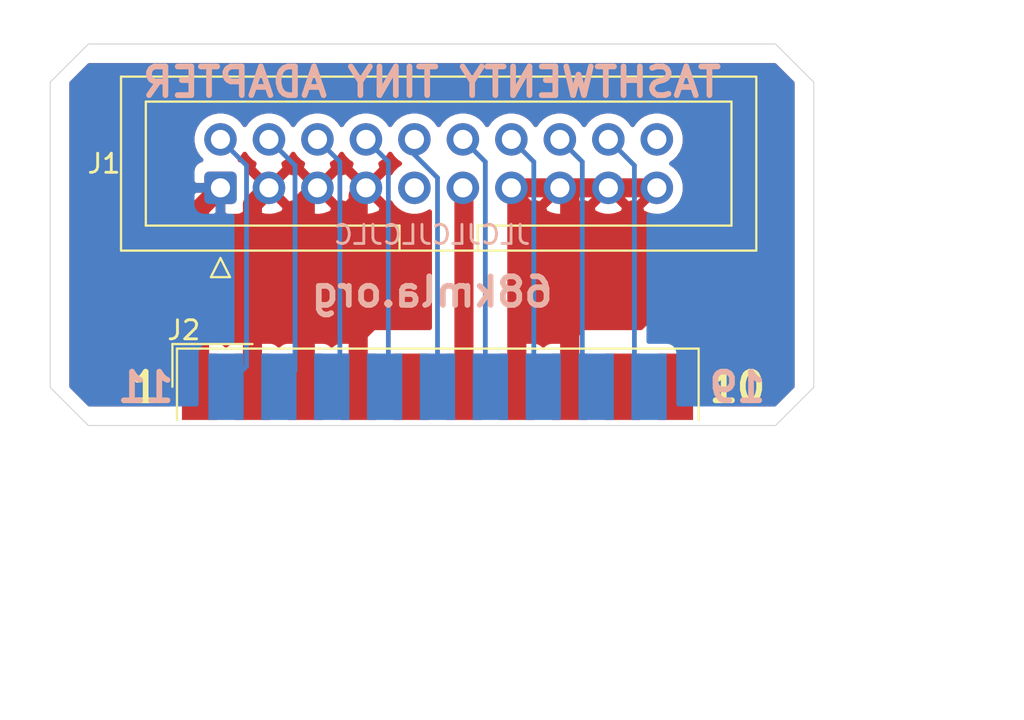
<source format=kicad_pcb>
(kicad_pcb (version 20171130) (host pcbnew "(5.1.12-1-10_14)")

  (general
    (thickness 1.6)
    (drawings 15)
    (tracks 44)
    (zones 0)
    (modules 2)
    (nets 13)
  )

  (page A4)
  (title_block
    (title "TashTwenty Tiny Adapter")
    (date 2021-11-28)
    (rev 1.0)
    (company Lostwave)
    (comment 1 https://68kmla.org)
    (comment 2 https://github.com/demik/oldworld/tree/master/EDA/DB19_IDC20)
  )

  (layers
    (0 F.Cu signal)
    (31 B.Cu signal)
    (36 B.SilkS user)
    (37 F.SilkS user)
    (38 B.Mask user)
    (39 F.Mask user)
    (44 Edge.Cuts user)
    (45 Margin user)
    (46 B.CrtYd user)
    (47 F.CrtYd user)
    (48 B.Fab user)
    (49 F.Fab user)
  )

  (setup
    (last_trace_width 0.25)
    (trace_clearance 0.2)
    (zone_clearance 0.508)
    (zone_45_only no)
    (trace_min 0.2)
    (via_size 1.6)
    (via_drill 0.8)
    (via_min_size 0.4)
    (via_min_drill 0.3)
    (uvia_size 0.3)
    (uvia_drill 0.1)
    (uvias_allowed no)
    (uvia_min_size 0.2)
    (uvia_min_drill 0.1)
    (edge_width 0.05)
    (segment_width 0.2)
    (pcb_text_width 0.3)
    (pcb_text_size 1.5 1.5)
    (mod_edge_width 0.12)
    (mod_text_size 1 1)
    (mod_text_width 0.15)
    (pad_size 1.524 1.524)
    (pad_drill 0.762)
    (pad_to_mask_clearance 0)
    (aux_axis_origin 0 0)
    (visible_elements FFFFFF7F)
    (pcbplotparams
      (layerselection 0x010f0_ffffffff)
      (usegerberextensions false)
      (usegerberattributes true)
      (usegerberadvancedattributes true)
      (creategerberjobfile true)
      (excludeedgelayer true)
      (linewidth 0.100000)
      (plotframeref false)
      (viasonmask false)
      (mode 1)
      (useauxorigin false)
      (hpglpennumber 1)
      (hpglpenspeed 20)
      (hpglpendiameter 15.000000)
      (psnegative false)
      (psa4output false)
      (plotreference true)
      (plotvalue true)
      (plotinvisibletext false)
      (padsonsilk false)
      (subtractmaskfromsilk false)
      (outputformat 1)
      (mirror false)
      (drillshape 0)
      (scaleselection 1)
      (outputdirectory ""))
  )

  (net 0 "")
  (net 1 +12V)
  (net 2 GND)
  (net 3 /WR)
  (net 4 /RD)
  (net 5 /~ENABLE)
  (net 6 /SEL)
  (net 7 /~WREQ)
  (net 8 /PH3)
  (net 9 /PH2)
  (net 10 /PH1)
  (net 11 /PH0)
  (net 12 +5V)

  (net_class Default "This is the default net class."
    (clearance 0.2)
    (trace_width 0.25)
    (via_dia 1.6)
    (via_drill 0.8)
    (uvia_dia 0.3)
    (uvia_drill 0.1)
    (add_net /PH0)
    (add_net /PH1)
    (add_net /PH2)
    (add_net /PH3)
    (add_net /RD)
    (add_net /SEL)
    (add_net /WR)
    (add_net /~ENABLE)
    (add_net /~WREQ)
  )

  (net_class POWER ""
    (clearance 0.2)
    (trace_width 1)
    (via_dia 1.6)
    (via_drill 0.8)
    (uvia_dia 0.3)
    (uvia_drill 0.1)
    (add_net +12V)
    (add_net +5V)
    (add_net GND)
  )

  (module Connector_Apple:DSUB-19_Male_EdgeMount_P2.77mm (layer F.Cu) (tedit 61A01D8A) (tstamp 61A0D243)
    (at 120 120)
    (descr "25-pin D-Sub connector, solder-cups edge-mounted, male, x-pin-pitch 2.77mm, distance of mounting holes 47.1mm, see https://disti-assets.s3.amazonaws.com/tonar/files/datasheets/16730.pdf")
    (tags "25-pin D-Sub connector edge mount solder cup male x-pin-pitch 2.77mm mounting holes distance 47.1mm")
    (path /61A3D54F)
    (attr smd)
    (fp_text reference J2 (at -13 -5) (layer F.SilkS)
      (effects (font (size 1 1) (thickness 0.15)))
    )
    (fp_text value DB19_Female (at 0 14.605) (layer F.Fab)
      (effects (font (size 1 1) (thickness 0.15)))
    )
    (fp_line (start -12.775 -2.942) (end -12.775 -0.042) (layer F.Fab) (width 0.1))
    (fp_line (start -12.775 -0.042) (end -11.575 -0.042) (layer F.Fab) (width 0.1))
    (fp_line (start -11.575 -0.042) (end -11.575 -2.942) (layer F.Fab) (width 0.1))
    (fp_line (start -11.575 -2.942) (end -12.775 -2.942) (layer F.Fab) (width 0.1))
    (fp_line (start -10.005 -2.942) (end -10.005 -0.042) (layer F.Fab) (width 0.1))
    (fp_line (start -10.005 -0.042) (end -8.805 -0.042) (layer F.Fab) (width 0.1))
    (fp_line (start -8.805 -0.042) (end -8.805 -2.942) (layer F.Fab) (width 0.1))
    (fp_line (start -8.805 -2.942) (end -10.005 -2.942) (layer F.Fab) (width 0.1))
    (fp_line (start -7.235 -2.942) (end -7.235 -0.042) (layer F.Fab) (width 0.1))
    (fp_line (start -7.235 -0.042) (end -6.035 -0.042) (layer F.Fab) (width 0.1))
    (fp_line (start -6.035 -0.042) (end -6.035 -2.942) (layer F.Fab) (width 0.1))
    (fp_line (start -6.035 -2.942) (end -7.235 -2.942) (layer F.Fab) (width 0.1))
    (fp_line (start -4.465 -2.942) (end -4.465 -0.042) (layer F.Fab) (width 0.1))
    (fp_line (start -4.465 -0.042) (end -3.265 -0.042) (layer F.Fab) (width 0.1))
    (fp_line (start -3.265 -0.042) (end -3.265 -2.942) (layer F.Fab) (width 0.1))
    (fp_line (start -3.265 -2.942) (end -4.465 -2.942) (layer F.Fab) (width 0.1))
    (fp_line (start -1.695 -2.942) (end -1.695 -0.042) (layer F.Fab) (width 0.1))
    (fp_line (start -1.695 -0.042) (end -0.495 -0.042) (layer F.Fab) (width 0.1))
    (fp_line (start -0.495 -0.042) (end -0.495 -2.942) (layer F.Fab) (width 0.1))
    (fp_line (start -0.495 -2.942) (end -1.695 -2.942) (layer F.Fab) (width 0.1))
    (fp_line (start 1.075 -2.942) (end 1.075 -0.042) (layer F.Fab) (width 0.1))
    (fp_line (start 1.075 -0.042) (end 2.275 -0.042) (layer F.Fab) (width 0.1))
    (fp_line (start 2.275 -0.042) (end 2.275 -2.942) (layer F.Fab) (width 0.1))
    (fp_line (start 2.275 -2.942) (end 1.075 -2.942) (layer F.Fab) (width 0.1))
    (fp_line (start 3.845 -2.942) (end 3.845 -0.042) (layer F.Fab) (width 0.1))
    (fp_line (start 3.845 -0.042) (end 5.045 -0.042) (layer F.Fab) (width 0.1))
    (fp_line (start 5.045 -0.042) (end 5.045 -2.942) (layer F.Fab) (width 0.1))
    (fp_line (start 5.045 -2.942) (end 3.845 -2.942) (layer F.Fab) (width 0.1))
    (fp_line (start 6.615 -2.942) (end 6.615 -0.042) (layer F.Fab) (width 0.1))
    (fp_line (start 6.615 -0.042) (end 7.815 -0.042) (layer F.Fab) (width 0.1))
    (fp_line (start 7.815 -0.042) (end 7.815 -2.942) (layer F.Fab) (width 0.1))
    (fp_line (start 7.815 -2.942) (end 6.615 -2.942) (layer F.Fab) (width 0.1))
    (fp_line (start 9.385 -2.942) (end 9.385 -0.042) (layer F.Fab) (width 0.1))
    (fp_line (start 9.385 -0.042) (end 10.585 -0.042) (layer F.Fab) (width 0.1))
    (fp_line (start 10.585 -0.042) (end 10.585 -2.942) (layer F.Fab) (width 0.1))
    (fp_line (start 10.585 -2.942) (end 9.385 -2.942) (layer F.Fab) (width 0.1))
    (fp_line (start 12.155 -2.942) (end 12.155 -0.042) (layer F.Fab) (width 0.1))
    (fp_line (start 12.155 -0.042) (end 13.355 -0.042) (layer F.Fab) (width 0.1))
    (fp_line (start 13.355 -0.042) (end 13.355 -2.942) (layer F.Fab) (width 0.1))
    (fp_line (start 13.355 -2.942) (end 12.155 -2.942) (layer F.Fab) (width 0.1))
    (fp_line (start -11.39 -2.942) (end -11.39 -0.042) (layer B.Fab) (width 0.1))
    (fp_line (start -11.39 -0.042) (end -10.19 -0.042) (layer B.Fab) (width 0.1))
    (fp_line (start -10.19 -0.042) (end -10.19 -2.942) (layer B.Fab) (width 0.1))
    (fp_line (start -10.19 -2.942) (end -11.39 -2.942) (layer B.Fab) (width 0.1))
    (fp_line (start -8.62 -2.942) (end -8.62 -0.042) (layer B.Fab) (width 0.1))
    (fp_line (start -8.62 -0.042) (end -7.42 -0.042) (layer B.Fab) (width 0.1))
    (fp_line (start -7.42 -0.042) (end -7.42 -2.942) (layer B.Fab) (width 0.1))
    (fp_line (start -7.42 -2.942) (end -8.62 -2.942) (layer B.Fab) (width 0.1))
    (fp_line (start -5.85 -2.942) (end -5.85 -0.042) (layer B.Fab) (width 0.1))
    (fp_line (start -5.85 -0.042) (end -4.65 -0.042) (layer B.Fab) (width 0.1))
    (fp_line (start -4.65 -0.042) (end -4.65 -2.942) (layer B.Fab) (width 0.1))
    (fp_line (start -4.65 -2.942) (end -5.85 -2.942) (layer B.Fab) (width 0.1))
    (fp_line (start -3.08 -2.942) (end -3.08 -0.042) (layer B.Fab) (width 0.1))
    (fp_line (start -3.08 -0.042) (end -1.88 -0.042) (layer B.Fab) (width 0.1))
    (fp_line (start -1.88 -0.042) (end -1.88 -2.942) (layer B.Fab) (width 0.1))
    (fp_line (start -1.88 -2.942) (end -3.08 -2.942) (layer B.Fab) (width 0.1))
    (fp_line (start -0.31 -2.942) (end -0.31 -0.042) (layer B.Fab) (width 0.1))
    (fp_line (start -0.31 -0.042) (end 0.89 -0.042) (layer B.Fab) (width 0.1))
    (fp_line (start 0.89 -0.042) (end 0.89 -2.942) (layer B.Fab) (width 0.1))
    (fp_line (start 0.89 -2.942) (end -0.31 -2.942) (layer B.Fab) (width 0.1))
    (fp_line (start 2.46 -2.942) (end 2.46 -0.042) (layer B.Fab) (width 0.1))
    (fp_line (start 2.46 -0.042) (end 3.66 -0.042) (layer B.Fab) (width 0.1))
    (fp_line (start 3.66 -0.042) (end 3.66 -2.942) (layer B.Fab) (width 0.1))
    (fp_line (start 3.66 -2.942) (end 2.46 -2.942) (layer B.Fab) (width 0.1))
    (fp_line (start 5.23 -2.942) (end 5.23 -0.042) (layer B.Fab) (width 0.1))
    (fp_line (start 5.23 -0.042) (end 6.43 -0.042) (layer B.Fab) (width 0.1))
    (fp_line (start 6.43 -0.042) (end 6.43 -2.942) (layer B.Fab) (width 0.1))
    (fp_line (start 6.43 -2.942) (end 5.23 -2.942) (layer B.Fab) (width 0.1))
    (fp_line (start 8 -2.942) (end 8 -0.042) (layer B.Fab) (width 0.1))
    (fp_line (start 8 -0.042) (end 9.2 -0.042) (layer B.Fab) (width 0.1))
    (fp_line (start 9.2 -0.042) (end 9.2 -2.942) (layer B.Fab) (width 0.1))
    (fp_line (start 9.2 -2.942) (end 8 -2.942) (layer B.Fab) (width 0.1))
    (fp_line (start 10.77 -2.942) (end 10.77 -0.042) (layer B.Fab) (width 0.1))
    (fp_line (start 10.77 -0.042) (end 11.97 -0.042) (layer B.Fab) (width 0.1))
    (fp_line (start 11.97 -0.042) (end 11.97 -2.942) (layer B.Fab) (width 0.1))
    (fp_line (start 11.97 -2.942) (end 10.77 -2.942) (layer B.Fab) (width 0.1))
    (fp_line (start 13.54 -0.042) (end 14.74 -0.042) (layer B.Fab) (width 0.1))
    (fp_line (start -14.105 -0.042) (end -14.105 2.758) (layer F.Fab) (width 0.1))
    (fp_line (start -14.105 2.758) (end 15.748 2.758) (layer F.Fab) (width 0.1))
    (fp_line (start 14.732 2.758) (end 14.732 -0.042) (layer F.Fab) (width 0.1))
    (fp_line (start 14.732 -0.042) (end -14.105 -0.042) (layer F.Fab) (width 0.1))
    (fp_line (start -15.105 2.758) (end -15.105 7.258) (layer F.Fab) (width 0.1))
    (fp_line (start -15.105 7.258) (end 22.7965 7.258) (layer F.Fab) (width 0.1))
    (fp_line (start 15.748 7.258) (end 15.748 2.758) (layer F.Fab) (width 0.1))
    (fp_line (start 15.748 2.758) (end -15.105 2.758) (layer F.Fab) (width 0.1))
    (fp_line (start -22.105 7.258) (end -22.105 7.658) (layer F.Fab) (width 0.1))
    (fp_line (start -22.105 7.658) (end 22.7965 7.658) (layer F.Fab) (width 0.1))
    (fp_line (start 22.7965 7.658) (end 22.7965 7.258) (layer F.Fab) (width 0.1))
    (fp_line (start 22.7965 7.258) (end -22.105 7.258) (layer F.Fab) (width 0.1))
    (fp_line (start -14.705 7.658) (end -14.705 13.658) (layer F.Fab) (width 0.1))
    (fp_line (start -14.705 13.658) (end 15.36791 13.65338) (layer F.Fab) (width 0.1))
    (fp_line (start 15.396229 13.66049) (end 15.396229 7.66049) (layer F.Fab) (width 0.1))
    (fp_line (start 22.7965 7.658) (end -14.705 7.658) (layer F.Fab) (width 0.1))
    (fp_line (start -13.605 -4.282) (end 14.224 -4.282) (layer F.CrtYd) (width 0.05))
    (fp_line (start 14.224 -4.282) (end 14.224 -0.532) (layer F.CrtYd) (width 0.05))
    (fp_line (start 14.224 -0.532) (end 15.224 -0.532) (layer F.CrtYd) (width 0.05))
    (fp_line (start 15.224 -0.532) (end 15.224 2.268) (layer F.CrtYd) (width 0.05))
    (fp_line (start 15.224 2.268) (end 16.224 2.268) (layer F.CrtYd) (width 0.05))
    (fp_line (start 16.224 2.268) (end 16.224 6.768) (layer F.CrtYd) (width 0.05))
    (fp_line (start 16.224 6.768) (end 23.224 6.768) (layer F.CrtYd) (width 0.05))
    (fp_line (start 23.224 6.768) (end 23.224 8.168) (layer F.CrtYd) (width 0.05))
    (fp_line (start 23.241 8.168) (end 15.841 8.168) (layer F.CrtYd) (width 0.05))
    (fp_line (start 15.841 8.168) (end 15.841 14.168) (layer F.CrtYd) (width 0.05))
    (fp_line (start 15.841 14.168) (end -15.205 14.168) (layer F.CrtYd) (width 0.05))
    (fp_line (start -15.205 14.168) (end -15.205 8.168) (layer F.CrtYd) (width 0.05))
    (fp_line (start -15.205 8.168) (end -22.605 8.168) (layer F.CrtYd) (width 0.05))
    (fp_line (start -22.605 8.168) (end -22.605 6.768) (layer F.CrtYd) (width 0.05))
    (fp_line (start -22.605 6.768) (end -15.605 6.768) (layer F.CrtYd) (width 0.05))
    (fp_line (start -15.605 6.768) (end -15.605 2.268) (layer F.CrtYd) (width 0.05))
    (fp_line (start -15.605 2.268) (end -14.605 2.268) (layer F.CrtYd) (width 0.05))
    (fp_line (start -14.605 2.268) (end -14.605 -0.532) (layer F.CrtYd) (width 0.05))
    (fp_line (start -14.605 -0.532) (end -13.605 -0.532) (layer F.CrtYd) (width 0.05))
    (fp_line (start -13.605 -0.532) (end -13.605 -4.282) (layer F.CrtYd) (width 0.05))
    (fp_line (start 13.97 -0.292) (end 13.97 -4.032) (layer F.SilkS) (width 0.12))
    (fp_line (start 13.97 -4.032) (end -13.358333 -4.032) (layer F.SilkS) (width 0.12))
    (fp_line (start -13.358333 -4.032) (end -13.358333 -0.292) (layer F.SilkS) (width 0.12))
    (fp_line (start -13.598333 -2.032) (end -13.598333 -4.272) (layer F.SilkS) (width 0.12))
    (fp_line (start -13.598333 -4.272) (end -9.405 -4.272) (layer F.SilkS) (width 0.12))
    (fp_line (start -22.105 -0.042) (end 30.995 -0.042) (layer Dwgs.User) (width 0.05))
    (fp_text user "PCB edge" (at -17.105 -0.708667) (layer Dwgs.User)
      (effects (font (size 0.5 0.5) (thickness 0.075)))
    )
    (fp_text user %R (at 4.445 1.358) (layer F.Fab)
      (effects (font (size 1 1) (thickness 0.15)))
    )
    (pad 19 smd rect (at 11.37 -2.032) (size 1.846667 3.48) (layers B.Cu B.Paste B.Mask)
      (net 3 /WR))
    (pad 18 smd rect (at 8.6 -2.032) (size 1.846667 3.48) (layers B.Cu B.Paste B.Mask)
      (net 4 /RD))
    (pad 17 smd rect (at 5.83 -2.032) (size 1.846667 3.48) (layers B.Cu B.Paste B.Mask)
      (net 5 /~ENABLE))
    (pad 16 smd rect (at 3.06 -2.032) (size 1.846667 3.48) (layers B.Cu B.Paste B.Mask)
      (net 6 /SEL))
    (pad 15 smd rect (at 0.29 -2.032) (size 1.846667 3.48) (layers B.Cu B.Paste B.Mask)
      (net 7 /~WREQ))
    (pad 14 smd rect (at -2.48 -2.032) (size 1.846667 3.48) (layers B.Cu B.Paste B.Mask)
      (net 8 /PH3))
    (pad 13 smd rect (at -5.25 -2.032) (size 1.846667 3.48) (layers B.Cu B.Paste B.Mask)
      (net 9 /PH2))
    (pad 12 smd rect (at -8.02 -2.032) (size 1.846667 3.48) (layers B.Cu B.Paste B.Mask)
      (net 10 /PH1))
    (pad 11 smd rect (at -10.79 -2.032) (size 1.846667 3.48) (layers B.Cu B.Paste B.Mask)
      (net 11 /PH0))
    (pad 10 smd rect (at 12.755 -2.032) (size 1.846667 3.48) (layers F.Cu F.Paste F.Mask))
    (pad 9 smd rect (at 9.985 -2.032) (size 1.846667 3.48) (layers F.Cu F.Paste F.Mask))
    (pad 8 smd rect (at 7.215 -2.032) (size 1.846667 3.48) (layers F.Cu F.Paste F.Mask)
      (net 1 +12V))
    (pad 7 smd rect (at 4.445 -2.032) (size 1.846667 3.48) (layers F.Cu F.Paste F.Mask)
      (net 1 +12V))
    (pad 6 smd rect (at 1.675 -2.032) (size 1.846667 3.48) (layers F.Cu F.Paste F.Mask)
      (net 12 +5V))
    (pad 5 smd rect (at -1.095 -2.032) (size 1.846667 3.48) (layers F.Cu F.Paste F.Mask))
    (pad 4 smd rect (at -3.865 -2.032) (size 1.846667 3.48) (layers F.Cu F.Paste F.Mask)
      (net 2 GND))
    (pad 3 smd rect (at -6.635 -2.032) (size 1.846667 3.48) (layers F.Cu F.Paste F.Mask)
      (net 2 GND))
    (pad 2 smd rect (at -9.405 -2.032) (size 1.846667 3.48) (layers F.Cu F.Paste F.Mask)
      (net 2 GND))
    (pad 1 smd rect (at -12.175 -2.032) (size 1.846667 3.48) (layers F.Cu F.Paste F.Mask)
      (net 2 GND))
    (model ${KISYS3DMOD}/Connector_Dsub.3dshapes/DSUB-25_Male_EdgeMount_P2.77mm.wrl
      (at (xyz 0 0 0))
      (scale (xyz 1 1 1))
      (rotate (xyz 0 0 0))
    )
  )

  (module Connector_IDC:IDC-Header_2x10_P2.54mm_Vertical (layer F.Cu) (tedit 5EAC9A07) (tstamp 61A0722C)
    (at 108.92 107.54 90)
    (descr "Through hole IDC box header, 2x10, 2.54mm pitch, DIN 41651 / IEC 60603-13, double rows, https://docs.google.com/spreadsheets/d/16SsEcesNF15N3Lb4niX7dcUr-NY5_MFPQhobNuNppn4/edit#gid=0")
    (tags "Through hole vertical IDC box header THT 2x10 2.54mm double row")
    (path /61A0248C)
    (fp_text reference J1 (at 1.27 -6.1 180) (layer F.SilkS)
      (effects (font (size 1 1) (thickness 0.15)))
    )
    (fp_text value Conn_02x10_Odd_Even (at 1.27 28.96 90) (layer F.Fab)
      (effects (font (size 1 1) (thickness 0.15)))
    )
    (fp_line (start 6.22 -5.6) (end -3.68 -5.6) (layer F.CrtYd) (width 0.05))
    (fp_line (start 6.22 28.46) (end 6.22 -5.6) (layer F.CrtYd) (width 0.05))
    (fp_line (start -3.68 28.46) (end 6.22 28.46) (layer F.CrtYd) (width 0.05))
    (fp_line (start -3.68 -5.6) (end -3.68 28.46) (layer F.CrtYd) (width 0.05))
    (fp_line (start -4.68 0.5) (end -3.68 0) (layer F.SilkS) (width 0.12))
    (fp_line (start -4.68 -0.5) (end -4.68 0.5) (layer F.SilkS) (width 0.12))
    (fp_line (start -3.68 0) (end -4.68 -0.5) (layer F.SilkS) (width 0.12))
    (fp_line (start -1.98 13.48) (end -3.29 13.48) (layer F.SilkS) (width 0.12))
    (fp_line (start -1.98 13.48) (end -1.98 13.48) (layer F.SilkS) (width 0.12))
    (fp_line (start -1.98 26.77) (end -1.98 13.48) (layer F.SilkS) (width 0.12))
    (fp_line (start 4.52 26.77) (end -1.98 26.77) (layer F.SilkS) (width 0.12))
    (fp_line (start 4.52 -3.91) (end 4.52 26.77) (layer F.SilkS) (width 0.12))
    (fp_line (start -1.98 -3.91) (end 4.52 -3.91) (layer F.SilkS) (width 0.12))
    (fp_line (start -1.98 9.38) (end -1.98 -3.91) (layer F.SilkS) (width 0.12))
    (fp_line (start -3.29 9.38) (end -1.98 9.38) (layer F.SilkS) (width 0.12))
    (fp_line (start -3.29 28.07) (end -3.29 -5.21) (layer F.SilkS) (width 0.12))
    (fp_line (start 5.83 28.07) (end -3.29 28.07) (layer F.SilkS) (width 0.12))
    (fp_line (start 5.83 -5.21) (end 5.83 28.07) (layer F.SilkS) (width 0.12))
    (fp_line (start -3.29 -5.21) (end 5.83 -5.21) (layer F.SilkS) (width 0.12))
    (fp_line (start -1.98 13.48) (end -3.18 13.48) (layer F.Fab) (width 0.1))
    (fp_line (start -1.98 13.48) (end -1.98 13.48) (layer F.Fab) (width 0.1))
    (fp_line (start -1.98 26.77) (end -1.98 13.48) (layer F.Fab) (width 0.1))
    (fp_line (start 4.52 26.77) (end -1.98 26.77) (layer F.Fab) (width 0.1))
    (fp_line (start 4.52 -3.91) (end 4.52 26.77) (layer F.Fab) (width 0.1))
    (fp_line (start -1.98 -3.91) (end 4.52 -3.91) (layer F.Fab) (width 0.1))
    (fp_line (start -1.98 9.38) (end -1.98 -3.91) (layer F.Fab) (width 0.1))
    (fp_line (start -3.18 9.38) (end -1.98 9.38) (layer F.Fab) (width 0.1))
    (fp_line (start -3.18 27.96) (end -3.18 -4.1) (layer F.Fab) (width 0.1))
    (fp_line (start 5.72 27.96) (end -3.18 27.96) (layer F.Fab) (width 0.1))
    (fp_line (start 5.72 -5.1) (end 5.72 27.96) (layer F.Fab) (width 0.1))
    (fp_line (start -2.18 -5.1) (end 5.72 -5.1) (layer F.Fab) (width 0.1))
    (fp_line (start -3.18 -4.1) (end -2.18 -5.1) (layer F.Fab) (width 0.1))
    (fp_text user %R (at 1.27 11.43) (layer F.Fab)
      (effects (font (size 1 1) (thickness 0.15)))
    )
    (pad 20 thru_hole circle (at 2.54 22.86 90) (size 1.7 1.7) (drill 1) (layers *.Cu *.Mask))
    (pad 18 thru_hole circle (at 2.54 20.32 90) (size 1.7 1.7) (drill 1) (layers *.Cu *.Mask)
      (net 3 /WR))
    (pad 16 thru_hole circle (at 2.54 17.78 90) (size 1.7 1.7) (drill 1) (layers *.Cu *.Mask)
      (net 4 /RD))
    (pad 14 thru_hole circle (at 2.54 15.24 90) (size 1.7 1.7) (drill 1) (layers *.Cu *.Mask)
      (net 5 /~ENABLE))
    (pad 12 thru_hole circle (at 2.54 12.7 90) (size 1.7 1.7) (drill 1) (layers *.Cu *.Mask)
      (net 6 /SEL))
    (pad 10 thru_hole circle (at 2.54 10.16 90) (size 1.7 1.7) (drill 1) (layers *.Cu *.Mask)
      (net 7 /~WREQ))
    (pad 8 thru_hole circle (at 2.54 7.62 90) (size 1.7 1.7) (drill 1) (layers *.Cu *.Mask)
      (net 8 /PH3))
    (pad 6 thru_hole circle (at 2.54 5.08 90) (size 1.7 1.7) (drill 1) (layers *.Cu *.Mask)
      (net 9 /PH2))
    (pad 4 thru_hole circle (at 2.54 2.54 90) (size 1.7 1.7) (drill 1) (layers *.Cu *.Mask)
      (net 10 /PH1))
    (pad 2 thru_hole circle (at 2.54 0 90) (size 1.7 1.7) (drill 1) (layers *.Cu *.Mask)
      (net 11 /PH0))
    (pad 19 thru_hole circle (at 0 22.86 90) (size 1.7 1.7) (drill 1) (layers *.Cu *.Mask)
      (net 1 +12V))
    (pad 17 thru_hole circle (at 0 20.32 90) (size 1.7 1.7) (drill 1) (layers *.Cu *.Mask)
      (net 1 +12V))
    (pad 15 thru_hole circle (at 0 17.78 90) (size 1.7 1.7) (drill 1) (layers *.Cu *.Mask)
      (net 1 +12V))
    (pad 13 thru_hole circle (at 0 15.24 90) (size 1.7 1.7) (drill 1) (layers *.Cu *.Mask)
      (net 1 +12V))
    (pad 11 thru_hole circle (at 0 12.7 90) (size 1.7 1.7) (drill 1) (layers *.Cu *.Mask)
      (net 12 +5V))
    (pad 9 thru_hole circle (at 0 10.16 90) (size 1.7 1.7) (drill 1) (layers *.Cu *.Mask))
    (pad 7 thru_hole circle (at 0 7.62 90) (size 1.7 1.7) (drill 1) (layers *.Cu *.Mask)
      (net 2 GND))
    (pad 5 thru_hole circle (at 0 5.08 90) (size 1.7 1.7) (drill 1) (layers *.Cu *.Mask)
      (net 2 GND))
    (pad 3 thru_hole circle (at 0 2.54 90) (size 1.7 1.7) (drill 1) (layers *.Cu *.Mask)
      (net 2 GND))
    (pad 1 thru_hole roundrect (at 0 0 90) (size 1.7 1.7) (drill 1) (layers *.Cu *.Mask) (roundrect_rratio 0.1470588235294118)
      (net 2 GND))
    (model ${KISYS3DMOD}/Connector_IDC.3dshapes/IDC-Header_2x10_P2.54mm_Vertical.wrl
      (at (xyz 0 0 0))
      (scale (xyz 1 1 1))
      (rotate (xyz 0 0 0))
    )
  )

  (gr_text JLCJLCJLCJLC (at 120 110) (layer B.SilkS)
    (effects (font (size 1 1) (thickness 0.15)) (justify mirror))
  )
  (gr_text 10 (at 136 118) (layer F.SilkS)
    (effects (font (size 1.5 1.5) (thickness 0.3)))
  )
  (gr_text 1 (at 105 118) (layer F.SilkS)
    (effects (font (size 1.5 1.5) (thickness 0.3)))
  )
  (gr_text 11 (at 105 118) (layer B.SilkS)
    (effects (font (size 1.5 1.5) (thickness 0.3)) (justify mirror))
  )
  (gr_text 19 (at 136 118) (layer B.SilkS)
    (effects (font (size 1.5 1.5) (thickness 0.3)) (justify mirror))
  )
  (gr_text 68kmla.org (at 120 113) (layer B.SilkS)
    (effects (font (size 1.5 1.5) (thickness 0.3)) (justify mirror))
  )
  (gr_text "TASHTWENTY TINY ADAPTER" (at 120 102) (layer B.SilkS)
    (effects (font (size 1.5 1.5) (thickness 0.3)) (justify mirror))
  )
  (gr_line (start 100 118) (end 100 102) (layer Edge.Cuts) (width 0.05) (tstamp 61A0730C))
  (gr_line (start 102 120) (end 100 118) (layer Edge.Cuts) (width 0.05))
  (gr_line (start 138 120) (end 102 120) (layer Edge.Cuts) (width 0.05))
  (gr_line (start 140 118) (end 138 120) (layer Edge.Cuts) (width 0.05))
  (gr_line (start 140 102) (end 140 118) (layer Edge.Cuts) (width 0.05))
  (gr_line (start 138 100) (end 140 102) (layer Edge.Cuts) (width 0.05))
  (gr_line (start 102 100) (end 138 100) (layer Edge.Cuts) (width 0.05))
  (gr_line (start 100 102) (end 102 100) (layer Edge.Cuts) (width 0.05))

  (segment (start 127.215 108.055) (end 126.7 107.54) (width 1) (layer F.Cu) (net 1))
  (segment (start 127.215 117.968) (end 127.215 108.055) (width 1) (layer F.Cu) (net 1))
  (segment (start 124.16 107.54) (end 126.7 107.54) (width 1) (layer F.Cu) (net 1))
  (segment (start 126.7 107.54) (end 129.24 107.54) (width 1) (layer F.Cu) (net 1))
  (segment (start 131.78 107.54) (end 129.24 107.54) (width 1) (layer F.Cu) (net 1))
  (segment (start 124.445 107.825) (end 124.16 107.54) (width 1) (layer F.Cu) (net 1))
  (segment (start 124.445 117.968) (end 124.445 107.825) (width 1) (layer F.Cu) (net 1))
  (segment (start 116.135 107.945) (end 116.54 107.54) (width 1) (layer F.Cu) (net 2))
  (segment (start 116.135 117.968) (end 116.135 107.945) (width 1) (layer F.Cu) (net 2))
  (segment (start 113.365 108.175) (end 114 107.54) (width 1) (layer F.Cu) (net 2))
  (segment (start 113.365 117.968) (end 113.365 108.175) (width 1) (layer F.Cu) (net 2))
  (segment (start 110.595 108.405) (end 111.46 107.54) (width 1) (layer F.Cu) (net 2))
  (segment (start 110.595 117.968) (end 110.595 108.405) (width 1) (layer F.Cu) (net 2))
  (segment (start 107.825 108.635) (end 108.92 107.54) (width 1) (layer F.Cu) (net 2))
  (segment (start 107.825 117.968) (end 107.825 108.635) (width 1) (layer F.Cu) (net 2))
  (segment (start 130.604999 106.364999) (end 129.24 105) (width 0.25) (layer B.Cu) (net 3))
  (segment (start 130.604999 117.202999) (end 130.604999 106.364999) (width 0.25) (layer B.Cu) (net 3))
  (segment (start 131.37 117.968) (end 130.604999 117.202999) (width 0.25) (layer B.Cu) (net 3))
  (segment (start 127.875001 106.175001) (end 126.7 105) (width 0.25) (layer B.Cu) (net 4))
  (segment (start 127.875001 117.243001) (end 127.875001 106.175001) (width 0.25) (layer B.Cu) (net 4))
  (segment (start 128.6 117.968) (end 127.875001 117.243001) (width 0.25) (layer B.Cu) (net 4))
  (segment (start 125.335001 106.175001) (end 124.16 105) (width 0.25) (layer B.Cu) (net 5))
  (segment (start 125.335001 117.473001) (end 125.335001 106.175001) (width 0.25) (layer B.Cu) (net 5))
  (segment (start 125.83 117.968) (end 125.335001 117.473001) (width 0.25) (layer B.Cu) (net 5))
  (segment (start 122.795001 117.703001) (end 122.795001 106.175001) (width 0.25) (layer B.Cu) (net 6))
  (segment (start 122.795001 106.175001) (end 121.62 105) (width 0.25) (layer B.Cu) (net 6))
  (segment (start 123.06 117.968) (end 122.795001 117.703001) (width 0.25) (layer B.Cu) (net 6))
  (segment (start 119.08 105.800998) (end 119.08 105) (width 0.25) (layer B.Cu) (net 7))
  (segment (start 120.29 107.010998) (end 119.08 105.800998) (width 0.25) (layer B.Cu) (net 7))
  (segment (start 120.29 117.968) (end 120.29 107.010998) (width 0.25) (layer B.Cu) (net 7))
  (segment (start 117.715001 106.175001) (end 116.54 105) (width 0.25) (layer B.Cu) (net 8))
  (segment (start 117.715001 117.772999) (end 117.715001 106.175001) (width 0.25) (layer B.Cu) (net 8))
  (segment (start 117.52 117.968) (end 117.715001 117.772999) (width 0.25) (layer B.Cu) (net 8))
  (segment (start 115.175001 106.175001) (end 114 105) (width 0.25) (layer B.Cu) (net 9))
  (segment (start 115.175001 117.542999) (end 115.175001 106.175001) (width 0.25) (layer B.Cu) (net 9))
  (segment (start 114.75 117.968) (end 115.175001 117.542999) (width 0.25) (layer B.Cu) (net 9))
  (segment (start 112.824999 106.364999) (end 111.46 105) (width 0.25) (layer B.Cu) (net 10))
  (segment (start 112.824999 117.123001) (end 112.824999 106.364999) (width 0.25) (layer B.Cu) (net 10))
  (segment (start 111.98 117.968) (end 112.824999 117.123001) (width 0.25) (layer B.Cu) (net 10))
  (segment (start 110.284999 106.364999) (end 108.92 105) (width 0.25) (layer B.Cu) (net 11))
  (segment (start 110.284999 116.893001) (end 110.284999 106.364999) (width 0.25) (layer B.Cu) (net 11))
  (segment (start 109.21 117.968) (end 110.284999 116.893001) (width 0.25) (layer B.Cu) (net 11))
  (segment (start 121.675 107.595) (end 121.62 107.54) (width 1) (layer F.Cu) (net 12))
  (segment (start 121.675 117.968) (end 121.675 107.595) (width 1) (layer F.Cu) (net 12))

  (zone (net 1) (net_name +12V) (layer F.Cu) (tstamp 61B0AE84) (hatch edge 0.508)
    (connect_pads (clearance 0.508))
    (min_thickness 0.254)
    (fill yes (arc_segments 32) (thermal_gap 0.508) (thermal_bridge_width 0.508))
    (polygon
      (pts
        (xy 132 114) (xy 131 115) (xy 128 115) (xy 127 116) (xy 124 116)
        (xy 124 107) (xy 132 107)
      )
    )
    (filled_polygon
      (pts
        (xy 131.873 107.42511) (xy 131.873 107.65489) (xy 131.794143 107.733748) (xy 131.78 107.719605) (xy 130.931208 108.568397)
        (xy 131.008843 108.817472) (xy 131.272883 108.943371) (xy 131.556411 109.015339) (xy 131.848531 109.030611) (xy 131.873 109.02706)
        (xy 131.873 113.947394) (xy 130.947394 114.873) (xy 128 114.873) (xy 127.975224 114.87544) (xy 127.951399 114.882667)
        (xy 127.929443 114.894403) (xy 127.910197 114.910197) (xy 127.078322 115.742072) (xy 126.92925 115.593) (xy 126.291667 115.589928)
        (xy 126.167185 115.602188) (xy 126.047487 115.638498) (xy 125.937173 115.697463) (xy 125.840482 115.776815) (xy 125.83 115.789587)
        (xy 125.819518 115.776815) (xy 125.722827 115.697463) (xy 125.612513 115.638498) (xy 125.492815 115.602188) (xy 125.368333 115.589928)
        (xy 124.73075 115.593) (xy 124.572 115.75175) (xy 124.572 115.873) (xy 124.318 115.873) (xy 124.318 115.75175)
        (xy 124.15925 115.593) (xy 124.127 115.592845) (xy 124.127 109.025303) (xy 124.228531 109.030611) (xy 124.518019 108.988599)
        (xy 124.793747 108.890919) (xy 124.931157 108.817472) (xy 125.008792 108.568397) (xy 125.851208 108.568397) (xy 125.928843 108.817472)
        (xy 126.192883 108.943371) (xy 126.476411 109.015339) (xy 126.768531 109.030611) (xy 127.058019 108.988599) (xy 127.333747 108.890919)
        (xy 127.471157 108.817472) (xy 127.548792 108.568397) (xy 128.391208 108.568397) (xy 128.468843 108.817472) (xy 128.732883 108.943371)
        (xy 129.016411 109.015339) (xy 129.308531 109.030611) (xy 129.598019 108.988599) (xy 129.873747 108.890919) (xy 130.011157 108.817472)
        (xy 130.088792 108.568397) (xy 129.24 107.719605) (xy 128.391208 108.568397) (xy 127.548792 108.568397) (xy 126.7 107.719605)
        (xy 125.851208 108.568397) (xy 125.008792 108.568397) (xy 124.16 107.719605) (xy 124.145858 107.733748) (xy 124.127 107.71489)
        (xy 124.127 107.36511) (xy 124.145858 107.346253) (xy 124.16 107.360395) (xy 124.174143 107.346253) (xy 124.353748 107.525858)
        (xy 124.339605 107.54) (xy 125.188397 108.388792) (xy 125.43 108.313486) (xy 125.671603 108.388792) (xy 126.520395 107.54)
        (xy 126.506253 107.525858) (xy 126.685858 107.346253) (xy 126.7 107.360395) (xy 126.714143 107.346253) (xy 126.893748 107.525858)
        (xy 126.879605 107.54) (xy 127.728397 108.388792) (xy 127.97 108.313486) (xy 128.211603 108.388792) (xy 129.060395 107.54)
        (xy 129.046253 107.525858) (xy 129.225858 107.346253) (xy 129.24 107.360395) (xy 129.254143 107.346253) (xy 129.433748 107.525858)
        (xy 129.419605 107.54) (xy 130.268397 108.388792) (xy 130.51 108.313486) (xy 130.751603 108.388792) (xy 131.600395 107.54)
        (xy 131.586253 107.525858) (xy 131.765858 107.346253) (xy 131.78 107.360395) (xy 131.794143 107.346253)
      )
    )
  )
  (zone (net 2) (net_name GND) (layer F.Cu) (tstamp 61B0AE81) (hatch edge 0.508)
    (connect_pads (clearance 0.508))
    (min_thickness 0.254)
    (fill yes (arc_segments 32) (thermal_gap 0.508) (thermal_bridge_width 0.508))
    (polygon
      (pts
        (xy 139 102) (xy 139 118) (xy 138 119) (xy 135 119) (xy 135 115)
        (xy 133 115) (xy 133 107) (xy 132 106) (xy 121 106) (xy 120 107)
        (xy 120 115) (xy 117 115) (xy 116 116) (xy 109 116) (xy 107 119)
        (xy 102 119) (xy 101 118) (xy 101 102) (xy 102 101) (xy 138 101)
      )
    )
    (filled_polygon
      (pts
        (xy 138.873 102.052606) (xy 138.873 117.947394) (xy 137.947394 118.873) (xy 135.127 118.873) (xy 135.127 115)
        (xy 135.12456 114.975224) (xy 135.117333 114.951399) (xy 135.105597 114.929443) (xy 135.089803 114.910197) (xy 135.070557 114.894403)
        (xy 135.048601 114.882667) (xy 135.024776 114.87544) (xy 135 114.873) (xy 133.127 114.873) (xy 133.127 108.168546)
        (xy 133.207932 107.973158) (xy 133.265 107.68626) (xy 133.265 107.39374) (xy 133.207932 107.106842) (xy 133.09599 106.836589)
        (xy 132.933475 106.593368) (xy 132.726632 106.386525) (xy 132.55224 106.27) (xy 132.726632 106.153475) (xy 132.933475 105.946632)
        (xy 133.09599 105.703411) (xy 133.207932 105.433158) (xy 133.265 105.14626) (xy 133.265 104.85374) (xy 133.207932 104.566842)
        (xy 133.09599 104.296589) (xy 132.933475 104.053368) (xy 132.726632 103.846525) (xy 132.483411 103.68401) (xy 132.213158 103.572068)
        (xy 131.92626 103.515) (xy 131.63374 103.515) (xy 131.346842 103.572068) (xy 131.076589 103.68401) (xy 130.833368 103.846525)
        (xy 130.626525 104.053368) (xy 130.51 104.22776) (xy 130.393475 104.053368) (xy 130.186632 103.846525) (xy 129.943411 103.68401)
        (xy 129.673158 103.572068) (xy 129.38626 103.515) (xy 129.09374 103.515) (xy 128.806842 103.572068) (xy 128.536589 103.68401)
        (xy 128.293368 103.846525) (xy 128.086525 104.053368) (xy 127.97 104.22776) (xy 127.853475 104.053368) (xy 127.646632 103.846525)
        (xy 127.403411 103.68401) (xy 127.133158 103.572068) (xy 126.84626 103.515) (xy 126.55374 103.515) (xy 126.266842 103.572068)
        (xy 125.996589 103.68401) (xy 125.753368 103.846525) (xy 125.546525 104.053368) (xy 125.43 104.22776) (xy 125.313475 104.053368)
        (xy 125.106632 103.846525) (xy 124.863411 103.68401) (xy 124.593158 103.572068) (xy 124.30626 103.515) (xy 124.01374 103.515)
        (xy 123.726842 103.572068) (xy 123.456589 103.68401) (xy 123.213368 103.846525) (xy 123.006525 104.053368) (xy 122.89 104.22776)
        (xy 122.773475 104.053368) (xy 122.566632 103.846525) (xy 122.323411 103.68401) (xy 122.053158 103.572068) (xy 121.76626 103.515)
        (xy 121.47374 103.515) (xy 121.186842 103.572068) (xy 120.916589 103.68401) (xy 120.673368 103.846525) (xy 120.466525 104.053368)
        (xy 120.35 104.22776) (xy 120.233475 104.053368) (xy 120.026632 103.846525) (xy 119.783411 103.68401) (xy 119.513158 103.572068)
        (xy 119.22626 103.515) (xy 118.93374 103.515) (xy 118.646842 103.572068) (xy 118.376589 103.68401) (xy 118.133368 103.846525)
        (xy 117.926525 104.053368) (xy 117.81 104.22776) (xy 117.693475 104.053368) (xy 117.486632 103.846525) (xy 117.243411 103.68401)
        (xy 116.973158 103.572068) (xy 116.68626 103.515) (xy 116.39374 103.515) (xy 116.106842 103.572068) (xy 115.836589 103.68401)
        (xy 115.593368 103.846525) (xy 115.386525 104.053368) (xy 115.27 104.22776) (xy 115.153475 104.053368) (xy 114.946632 103.846525)
        (xy 114.703411 103.68401) (xy 114.433158 103.572068) (xy 114.14626 103.515) (xy 113.85374 103.515) (xy 113.566842 103.572068)
        (xy 113.296589 103.68401) (xy 113.053368 103.846525) (xy 112.846525 104.053368) (xy 112.73 104.22776) (xy 112.613475 104.053368)
        (xy 112.406632 103.846525) (xy 112.163411 103.68401) (xy 111.893158 103.572068) (xy 111.60626 103.515) (xy 111.31374 103.515)
        (xy 111.026842 103.572068) (xy 110.756589 103.68401) (xy 110.513368 103.846525) (xy 110.306525 104.053368) (xy 110.19 104.22776)
        (xy 110.073475 104.053368) (xy 109.866632 103.846525) (xy 109.623411 103.68401) (xy 109.353158 103.572068) (xy 109.06626 103.515)
        (xy 108.77374 103.515) (xy 108.486842 103.572068) (xy 108.216589 103.68401) (xy 107.973368 103.846525) (xy 107.766525 104.053368)
        (xy 107.60401 104.296589) (xy 107.492068 104.566842) (xy 107.435 104.85374) (xy 107.435 105.14626) (xy 107.492068 105.433158)
        (xy 107.60401 105.703411) (xy 107.766525 105.946632) (xy 107.89838 106.078487) (xy 107.82582 106.100498) (xy 107.715506 106.159463)
        (xy 107.618815 106.238815) (xy 107.539463 106.335506) (xy 107.480498 106.44582) (xy 107.444188 106.565518) (xy 107.431928 106.69)
        (xy 107.435 107.25425) (xy 107.59375 107.413) (xy 108.793 107.413) (xy 108.793 107.393) (xy 109.047 107.393)
        (xy 109.047 107.413) (xy 109.067 107.413) (xy 109.067 107.667) (xy 109.047 107.667) (xy 109.047 108.86625)
        (xy 109.20575 109.025) (xy 109.77 109.028072) (xy 109.894482 109.015812) (xy 110.01418 108.979502) (xy 110.124494 108.920537)
        (xy 110.221185 108.841185) (xy 110.300537 108.744494) (xy 110.359502 108.63418) (xy 110.379457 108.568397) (xy 110.611208 108.568397)
        (xy 110.688843 108.817472) (xy 110.952883 108.943371) (xy 111.236411 109.015339) (xy 111.528531 109.030611) (xy 111.818019 108.988599)
        (xy 112.093747 108.890919) (xy 112.231157 108.817472) (xy 112.308792 108.568397) (xy 113.151208 108.568397) (xy 113.228843 108.817472)
        (xy 113.492883 108.943371) (xy 113.776411 109.015339) (xy 114.068531 109.030611) (xy 114.358019 108.988599) (xy 114.633747 108.890919)
        (xy 114.771157 108.817472) (xy 114.848792 108.568397) (xy 115.691208 108.568397) (xy 115.768843 108.817472) (xy 116.032883 108.943371)
        (xy 116.316411 109.015339) (xy 116.608531 109.030611) (xy 116.898019 108.988599) (xy 117.173747 108.890919) (xy 117.311157 108.817472)
        (xy 117.388792 108.568397) (xy 116.54 107.719605) (xy 115.691208 108.568397) (xy 114.848792 108.568397) (xy 114 107.719605)
        (xy 113.151208 108.568397) (xy 112.308792 108.568397) (xy 111.46 107.719605) (xy 110.611208 108.568397) (xy 110.379457 108.568397)
        (xy 110.395812 108.514482) (xy 110.408072 108.39) (xy 110.408025 108.381443) (xy 110.431603 108.388792) (xy 111.280395 107.54)
        (xy 111.639605 107.54) (xy 112.488397 108.388792) (xy 112.73 108.313486) (xy 112.971603 108.388792) (xy 113.820395 107.54)
        (xy 114.179605 107.54) (xy 115.028397 108.388792) (xy 115.27 108.313486) (xy 115.511603 108.388792) (xy 116.360395 107.54)
        (xy 115.511603 106.691208) (xy 115.27 106.766514) (xy 115.028397 106.691208) (xy 114.179605 107.54) (xy 113.820395 107.54)
        (xy 112.971603 106.691208) (xy 112.73 106.766514) (xy 112.488397 106.691208) (xy 111.639605 107.54) (xy 111.280395 107.54)
        (xy 110.431603 106.691208) (xy 110.408025 106.698557) (xy 110.408072 106.69) (xy 110.395812 106.565518) (xy 110.359502 106.44582)
        (xy 110.300537 106.335506) (xy 110.221185 106.238815) (xy 110.124494 106.159463) (xy 110.01418 106.100498) (xy 109.94162 106.078487)
        (xy 110.073475 105.946632) (xy 110.19 105.77224) (xy 110.306525 105.946632) (xy 110.513368 106.153475) (xy 110.686729 106.269311)
        (xy 110.611208 106.511603) (xy 111.46 107.360395) (xy 112.308792 106.511603) (xy 112.233271 106.269311) (xy 112.406632 106.153475)
        (xy 112.613475 105.946632) (xy 112.73 105.77224) (xy 112.846525 105.946632) (xy 113.053368 106.153475) (xy 113.226729 106.269311)
        (xy 113.151208 106.511603) (xy 114 107.360395) (xy 114.848792 106.511603) (xy 114.773271 106.269311) (xy 114.946632 106.153475)
        (xy 115.153475 105.946632) (xy 115.27 105.77224) (xy 115.386525 105.946632) (xy 115.593368 106.153475) (xy 115.766729 106.269311)
        (xy 115.691208 106.511603) (xy 116.54 107.360395) (xy 117.388792 106.511603) (xy 117.313271 106.269311) (xy 117.486632 106.153475)
        (xy 117.693475 105.946632) (xy 117.81 105.77224) (xy 117.926525 105.946632) (xy 118.133368 106.153475) (xy 118.30776 106.27)
        (xy 118.133368 106.386525) (xy 117.926525 106.593368) (xy 117.810689 106.766729) (xy 117.568397 106.691208) (xy 116.719605 107.54)
        (xy 117.568397 108.388792) (xy 117.810689 108.313271) (xy 117.926525 108.486632) (xy 118.133368 108.693475) (xy 118.376589 108.85599)
        (xy 118.646842 108.967932) (xy 118.93374 109.025) (xy 119.22626 109.025) (xy 119.513158 108.967932) (xy 119.783411 108.85599)
        (xy 119.873 108.796129) (xy 119.873 114.873) (xy 117 114.873) (xy 116.975224 114.87544) (xy 116.951399 114.882667)
        (xy 116.929443 114.894403) (xy 116.910197 114.910197) (xy 116.008 115.812394) (xy 116.008 115.75175) (xy 115.84925 115.593)
        (xy 115.211667 115.589928) (xy 115.087185 115.602188) (xy 114.967487 115.638498) (xy 114.857173 115.697463) (xy 114.760482 115.776815)
        (xy 114.75 115.789587) (xy 114.739518 115.776815) (xy 114.642827 115.697463) (xy 114.532513 115.638498) (xy 114.412815 115.602188)
        (xy 114.288333 115.589928) (xy 113.65075 115.593) (xy 113.492 115.75175) (xy 113.492 115.873) (xy 113.238 115.873)
        (xy 113.238 115.75175) (xy 113.07925 115.593) (xy 112.441667 115.589928) (xy 112.317185 115.602188) (xy 112.197487 115.638498)
        (xy 112.087173 115.697463) (xy 111.990482 115.776815) (xy 111.98 115.789587) (xy 111.969518 115.776815) (xy 111.872827 115.697463)
        (xy 111.762513 115.638498) (xy 111.642815 115.602188) (xy 111.518333 115.589928) (xy 110.88075 115.593) (xy 110.722 115.75175)
        (xy 110.722 115.873) (xy 110.468 115.873) (xy 110.468 115.75175) (xy 110.30925 115.593) (xy 109.671667 115.589928)
        (xy 109.547185 115.602188) (xy 109.427487 115.638498) (xy 109.317173 115.697463) (xy 109.220482 115.776815) (xy 109.21 115.789587)
        (xy 109.199518 115.776815) (xy 109.102827 115.697463) (xy 108.992513 115.638498) (xy 108.872815 115.602188) (xy 108.748333 115.589928)
        (xy 108.11075 115.593) (xy 107.952 115.75175) (xy 107.952 117.343048) (xy 107.698 117.724048) (xy 107.698 115.75175)
        (xy 107.53925 115.593) (xy 106.901667 115.589928) (xy 106.777185 115.602188) (xy 106.657487 115.638498) (xy 106.547173 115.697463)
        (xy 106.450482 115.776815) (xy 106.37113 115.873506) (xy 106.312165 115.98382) (xy 106.275855 116.103518) (xy 106.263595 116.228)
        (xy 106.266667 117.68225) (xy 106.425417 117.841) (xy 107.620032 117.841) (xy 107.450699 118.095) (xy 106.425417 118.095)
        (xy 106.266667 118.25375) (xy 106.265359 118.873) (xy 102.052606 118.873) (xy 101.127 117.947394) (xy 101.127 108.39)
        (xy 107.431928 108.39) (xy 107.444188 108.514482) (xy 107.480498 108.63418) (xy 107.539463 108.744494) (xy 107.618815 108.841185)
        (xy 107.715506 108.920537) (xy 107.82582 108.979502) (xy 107.945518 109.015812) (xy 108.07 109.028072) (xy 108.63425 109.025)
        (xy 108.793 108.86625) (xy 108.793 107.667) (xy 107.59375 107.667) (xy 107.435 107.82575) (xy 107.431928 108.39)
        (xy 101.127 108.39) (xy 101.127 102.052606) (xy 102.052606 101.127) (xy 137.947394 101.127)
      )
    )
  )
  (zone (net 2) (net_name GND) (layer B.Cu) (tstamp 61B0AE7E) (hatch edge 0.508)
    (connect_pads (clearance 0.508))
    (min_thickness 0.254)
    (fill yes (arc_segments 32) (thermal_gap 0.508) (thermal_bridge_width 0.508))
    (polygon
      (pts
        (xy 139 102) (xy 139 118) (xy 138 119) (xy 102 119) (xy 101 118)
        (xy 101 102) (xy 102 101) (xy 138 101)
      )
    )
    (filled_polygon
      (pts
        (xy 138.873 102.052606) (xy 138.873 117.947394) (xy 137.947394 118.873) (xy 132.931405 118.873) (xy 132.931405 116.228)
        (xy 132.919145 116.103518) (xy 132.882835 115.98382) (xy 132.82387 115.873506) (xy 132.744518 115.776815) (xy 132.647827 115.697463)
        (xy 132.537513 115.638498) (xy 132.417815 115.602188) (xy 132.293333 115.589928) (xy 131.364999 115.589928) (xy 131.364999 108.971544)
        (xy 131.63374 109.025) (xy 131.92626 109.025) (xy 132.213158 108.967932) (xy 132.483411 108.85599) (xy 132.726632 108.693475)
        (xy 132.933475 108.486632) (xy 133.09599 108.243411) (xy 133.207932 107.973158) (xy 133.265 107.68626) (xy 133.265 107.39374)
        (xy 133.207932 107.106842) (xy 133.09599 106.836589) (xy 132.933475 106.593368) (xy 132.726632 106.386525) (xy 132.55224 106.27)
        (xy 132.726632 106.153475) (xy 132.933475 105.946632) (xy 133.09599 105.703411) (xy 133.207932 105.433158) (xy 133.265 105.14626)
        (xy 133.265 104.85374) (xy 133.207932 104.566842) (xy 133.09599 104.296589) (xy 132.933475 104.053368) (xy 132.726632 103.846525)
        (xy 132.483411 103.68401) (xy 132.213158 103.572068) (xy 131.92626 103.515) (xy 131.63374 103.515) (xy 131.346842 103.572068)
        (xy 131.076589 103.68401) (xy 130.833368 103.846525) (xy 130.626525 104.053368) (xy 130.51 104.22776) (xy 130.393475 104.053368)
        (xy 130.186632 103.846525) (xy 129.943411 103.68401) (xy 129.673158 103.572068) (xy 129.38626 103.515) (xy 129.09374 103.515)
        (xy 128.806842 103.572068) (xy 128.536589 103.68401) (xy 128.293368 103.846525) (xy 128.086525 104.053368) (xy 127.97 104.22776)
        (xy 127.853475 104.053368) (xy 127.646632 103.846525) (xy 127.403411 103.68401) (xy 127.133158 103.572068) (xy 126.84626 103.515)
        (xy 126.55374 103.515) (xy 126.266842 103.572068) (xy 125.996589 103.68401) (xy 125.753368 103.846525) (xy 125.546525 104.053368)
        (xy 125.43 104.22776) (xy 125.313475 104.053368) (xy 125.106632 103.846525) (xy 124.863411 103.68401) (xy 124.593158 103.572068)
        (xy 124.30626 103.515) (xy 124.01374 103.515) (xy 123.726842 103.572068) (xy 123.456589 103.68401) (xy 123.213368 103.846525)
        (xy 123.006525 104.053368) (xy 122.89 104.22776) (xy 122.773475 104.053368) (xy 122.566632 103.846525) (xy 122.323411 103.68401)
        (xy 122.053158 103.572068) (xy 121.76626 103.515) (xy 121.47374 103.515) (xy 121.186842 103.572068) (xy 120.916589 103.68401)
        (xy 120.673368 103.846525) (xy 120.466525 104.053368) (xy 120.35 104.22776) (xy 120.233475 104.053368) (xy 120.026632 103.846525)
        (xy 119.783411 103.68401) (xy 119.513158 103.572068) (xy 119.22626 103.515) (xy 118.93374 103.515) (xy 118.646842 103.572068)
        (xy 118.376589 103.68401) (xy 118.133368 103.846525) (xy 117.926525 104.053368) (xy 117.81 104.22776) (xy 117.693475 104.053368)
        (xy 117.486632 103.846525) (xy 117.243411 103.68401) (xy 116.973158 103.572068) (xy 116.68626 103.515) (xy 116.39374 103.515)
        (xy 116.106842 103.572068) (xy 115.836589 103.68401) (xy 115.593368 103.846525) (xy 115.386525 104.053368) (xy 115.27 104.22776)
        (xy 115.153475 104.053368) (xy 114.946632 103.846525) (xy 114.703411 103.68401) (xy 114.433158 103.572068) (xy 114.14626 103.515)
        (xy 113.85374 103.515) (xy 113.566842 103.572068) (xy 113.296589 103.68401) (xy 113.053368 103.846525) (xy 112.846525 104.053368)
        (xy 112.73 104.22776) (xy 112.613475 104.053368) (xy 112.406632 103.846525) (xy 112.163411 103.68401) (xy 111.893158 103.572068)
        (xy 111.60626 103.515) (xy 111.31374 103.515) (xy 111.026842 103.572068) (xy 110.756589 103.68401) (xy 110.513368 103.846525)
        (xy 110.306525 104.053368) (xy 110.19 104.22776) (xy 110.073475 104.053368) (xy 109.866632 103.846525) (xy 109.623411 103.68401)
        (xy 109.353158 103.572068) (xy 109.06626 103.515) (xy 108.77374 103.515) (xy 108.486842 103.572068) (xy 108.216589 103.68401)
        (xy 107.973368 103.846525) (xy 107.766525 104.053368) (xy 107.60401 104.296589) (xy 107.492068 104.566842) (xy 107.435 104.85374)
        (xy 107.435 105.14626) (xy 107.492068 105.433158) (xy 107.60401 105.703411) (xy 107.766525 105.946632) (xy 107.89838 106.078487)
        (xy 107.82582 106.100498) (xy 107.715506 106.159463) (xy 107.618815 106.238815) (xy 107.539463 106.335506) (xy 107.480498 106.44582)
        (xy 107.444188 106.565518) (xy 107.431928 106.69) (xy 107.435 107.25425) (xy 107.59375 107.413) (xy 108.793 107.413)
        (xy 108.793 107.393) (xy 109.047 107.393) (xy 109.047 107.413) (xy 109.067 107.413) (xy 109.067 107.667)
        (xy 109.047 107.667) (xy 109.047 108.86625) (xy 109.20575 109.025) (xy 109.525 109.026738) (xy 109.524999 115.589928)
        (xy 108.286667 115.589928) (xy 108.162185 115.602188) (xy 108.042487 115.638498) (xy 107.932173 115.697463) (xy 107.835482 115.776815)
        (xy 107.75613 115.873506) (xy 107.697165 115.98382) (xy 107.660855 116.103518) (xy 107.648595 116.228) (xy 107.648595 118.873)
        (xy 102.052606 118.873) (xy 101.127 117.947394) (xy 101.127 108.39) (xy 107.431928 108.39) (xy 107.444188 108.514482)
        (xy 107.480498 108.63418) (xy 107.539463 108.744494) (xy 107.618815 108.841185) (xy 107.715506 108.920537) (xy 107.82582 108.979502)
        (xy 107.945518 109.015812) (xy 108.07 109.028072) (xy 108.63425 109.025) (xy 108.793 108.86625) (xy 108.793 107.667)
        (xy 107.59375 107.667) (xy 107.435 107.82575) (xy 107.431928 108.39) (xy 101.127 108.39) (xy 101.127 102.052606)
        (xy 102.052606 101.127) (xy 137.947394 101.127)
      )
    )
    (filled_polygon
      (pts
        (xy 111.653748 107.525858) (xy 111.639605 107.54) (xy 111.653748 107.554143) (xy 111.474143 107.733748) (xy 111.46 107.719605)
        (xy 111.445858 107.733748) (xy 111.266253 107.554143) (xy 111.280395 107.54) (xy 111.266253 107.525858) (xy 111.445858 107.346253)
        (xy 111.46 107.360395) (xy 111.474143 107.346253)
      )
    )
    (filled_polygon
      (pts
        (xy 114.193748 107.525858) (xy 114.179605 107.54) (xy 114.193748 107.554143) (xy 114.014143 107.733748) (xy 114 107.719605)
        (xy 113.985858 107.733748) (xy 113.806253 107.554143) (xy 113.820395 107.54) (xy 113.806253 107.525858) (xy 113.985858 107.346253)
        (xy 114 107.360395) (xy 114.014143 107.346253)
      )
    )
    (filled_polygon
      (pts
        (xy 116.733748 107.525858) (xy 116.719605 107.54) (xy 116.733748 107.554143) (xy 116.554143 107.733748) (xy 116.54 107.719605)
        (xy 116.525858 107.733748) (xy 116.346253 107.554143) (xy 116.360395 107.54) (xy 116.346253 107.525858) (xy 116.525858 107.346253)
        (xy 116.54 107.360395) (xy 116.554143 107.346253)
      )
    )
  )
)

</source>
